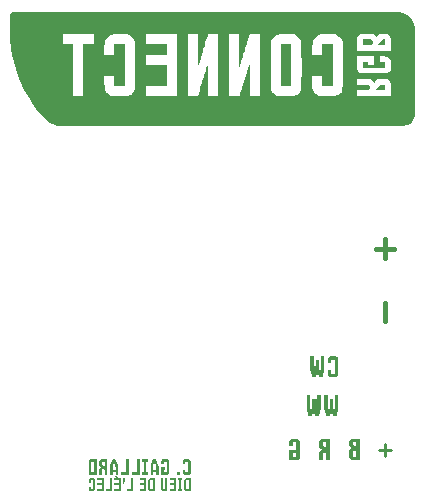
<source format=gbo>
G04 Layer: BottomSilkscreenLayer*
G04 EasyEDA Pro v2.2.45.4, 2025-12-19 14:04:37*
G04 Gerber Generator version 0.3*
G04 Scale: 100 percent, Rotated: No, Reflected: No*
G04 Dimensions in millimeters*
G04 Leading zeros omitted, absolute positions, 4 integers and 5 decimals*
G04 Generated by one-click*
%FSLAX45Y45*%
%MOMM*%
%ADD10C,0.4*%
%ADD11C,0.254*%
%ADD12C,0.7847*%
G75*


G04 Text Start*
G36*
G01X-1208161Y4470245D02*
G01X-1218161Y4468063D01*
G01X-1245252Y4467336D01*
G01X-1281616Y4468063D01*
G01X-1282343Y4492791D01*
G01X-1282343Y4516791D01*
G01X-1248161Y4516791D01*
G01X-1211798Y4516064D01*
G01X-1206707Y4511700D01*
G01X-1202343Y4505882D01*
G01X-1199434Y4502245D01*
G01X-1197252Y4498609D01*
G01X-1194343Y4494973D01*
G01X-1193071Y4493154D01*
G01X-1193616Y4490609D01*
G01X-1197980Y4484063D01*
G01X-1202343Y4478245D01*
G01X-1205252Y4474609D01*
G01X-1208161Y4470245D01*
G37*
G36*
G01X-1427798Y4612791D02*
G01X-947798Y4612791D01*
G01X-947798Y4036791D01*
G01X-1427798Y4036791D01*
G01X-1427798Y4083336D01*
G01X-1330343Y4083336D01*
G01X-1330343Y4038245D01*
G01X-1042343Y4038245D01*
G01X-1042343Y4085518D01*
G01X-1043071Y4134973D01*
G01X-1043798Y4140064D01*
G01X-1045252Y4145882D01*
G01X-1048161Y4152427D01*
G01X-1051798Y4158973D01*
G01X-1055434Y4164064D01*
G01X-1059071Y4167700D01*
G01X-1064889Y4172064D01*
G01X-1071434Y4175700D01*
G01X-1077252Y4177882D01*
G01X-1120889Y4179336D01*
G01X-1151980Y4178791D01*
G01X-1163798Y4177154D01*
G01X-1167434Y4172791D01*
G01X-1176161Y4161154D01*
G01X-1179071Y4157518D01*
G01X-1181252Y4153882D01*
G01X-1184161Y4150245D01*
G01X-1186525Y4149882D01*
G01X-1189252Y4151700D01*
G01X-1193616Y4156791D01*
G01X-1202343Y4168427D01*
G01X-1205252Y4172064D01*
G01X-1208161Y4176427D01*
G01X-1224343Y4178609D01*
G01X-1269980Y4179336D01*
G01X-1330343Y4179336D01*
G01X-1330343Y4132791D01*
G01X-1283071Y4132791D01*
G01X-1246889Y4132064D01*
G01X-1232889Y4129882D01*
G01X-1228525Y4124791D01*
G01X-1225616Y4121154D01*
G01X-1223434Y4117518D01*
G01X-1220525Y4113882D01*
G01X-1217616Y4109518D01*
G01X-1217798Y4106427D01*
G01X-1219798Y4102972D01*
G01X-1232889Y4085518D01*
G01X-1245979Y4083882D01*
G01X-1245979Y4083882D01*
G01X-1282343Y4083336D01*
G01X-1330343Y4083336D01*
G01X-1427798Y4083336D01*
G01X-1427798Y4371336D01*
G01X-1330343Y4371336D01*
G01X-1330343Y4319700D01*
G01X-1328889Y4264427D01*
G01X-1325980Y4257154D01*
G01X-1322343Y4249882D01*
G01X-1317980Y4244791D01*
G01X-1310707Y4237518D01*
G01X-1306343Y4234609D01*
G01X-1301980Y4232427D01*
G01X-1296889Y4230245D01*
G01X-1188525Y4228791D01*
G01X-1078707Y4230245D01*
G01X-1070707Y4233154D01*
G01X-1065616Y4236063D01*
G01X-1060525Y4239700D01*
G01X-1053980Y4245518D01*
G01X-1046707Y4256427D01*
G01X-1044525Y4262245D01*
G01X-1043071Y4268791D01*
G01X-1042343Y4297882D01*
G01X-1043071Y4326973D01*
G01X-1043798Y4332063D01*
G01X-1045252Y4337882D01*
G01X-1048161Y4344427D01*
G01X-1051798Y4350973D01*
G01X-1055434Y4356063D01*
G01X-1059071Y4359700D01*
G01X-1064889Y4364063D01*
G01X-1071434Y4367700D01*
G01X-1077252Y4369882D01*
G01X-1109252Y4371336D01*
G01X-1138343Y4371336D01*
G01X-1138343Y4324791D01*
G01X-1090343Y4324791D01*
G01X-1090343Y4275336D01*
G01X-1282343Y4275336D01*
G01X-1282343Y4324791D01*
G01X-1234343Y4324791D01*
G01X-1234343Y4300064D01*
G01X-1186343Y4300064D01*
G01X-1186343Y4371336D01*
G01X-1186343Y4371336D01*
G01X-1330343Y4371336D01*
G01X-1427798Y4371336D01*
G01X-1427798Y4471700D01*
G01X-1330343Y4471700D01*
G01X-1330343Y4420791D01*
G01X-1042343Y4420791D01*
G01X-1042343Y4468791D01*
G01X-1043071Y4518973D01*
G01X-1043798Y4524064D01*
G01X-1045252Y4529882D01*
G01X-1048161Y4536427D01*
G01X-1051798Y4542973D01*
G01X-1055434Y4548064D01*
G01X-1059071Y4551700D01*
G01X-1064889Y4556064D01*
G01X-1071434Y4559700D01*
G01X-1077252Y4561882D01*
G01X-1109252Y4563336D01*
G01X-1138343Y4563336D01*
G01X-1141252Y4559700D01*
G01X-1158707Y4536427D01*
G01X-1161434Y4534064D01*
G01X-1163798Y4534245D01*
G01X-1167434Y4537882D01*
G01X-1184889Y4561154D01*
G01X-1198343Y4562791D01*
G01X-1235798Y4563336D01*
G01X-1290343Y4562609D01*
G01X-1299071Y4560427D01*
G01X-1309252Y4555336D01*
G01X-1312889Y4552427D01*
G01X-1316525Y4548791D01*
G01X-1320889Y4543700D01*
G01X-1324525Y4538609D01*
G01X-1327434Y4532064D01*
G01X-1327434Y4532064D01*
G01X-1329616Y4524791D01*
G01X-1330343Y4471700D01*
G01X-1427798Y4471700D01*
G01X-1427798Y4612791D01*
G37*
G36*
G01X-1090343Y4516791D02*
G01X-1090343Y4467336D01*
G01X-1119434Y4467336D01*
G01X-1149252Y4468063D01*
G01X-1148525Y4470973D01*
G01X-1122343Y4505882D01*
G01X-1119434Y4509518D01*
G01X-1116525Y4513882D01*
G01X-1112343Y4516064D01*
G01X-1102707Y4516791D01*
G01X-1090343Y4516791D01*
G37*
G36*
G01X-1090343Y4132791D02*
G01X-1090343Y4083336D01*
G01X-1131070Y4083336D01*
G01X-1172525Y4084791D01*
G01X-1170343Y4089882D01*
G01X-1139798Y4130609D01*
G01X-1132707Y4132245D01*
G01X-1114343Y4132791D01*
G01X-1090343Y4132791D01*
G37*
G36*
G01X-3911997Y3853992D02*
G01X-3911997Y4472659D01*
G01X-3821330Y4472659D01*
G01X-3733331Y4472659D01*
G01X-3733331Y4032659D01*
G01X-3647997Y4032659D01*
G01X-3647997Y4437992D01*
G01X-3469330Y4437992D01*
G01X-3469330Y4384659D01*
G01X-3383997Y4384659D01*
G01X-3383997Y4472659D01*
G01X-3293330Y4472659D01*
G01X-3293330Y4120659D01*
G01X-3383997Y4120659D01*
G01X-3383997Y4208659D01*
G01X-3469330Y4208659D01*
G01X-3469330Y4161992D01*
G01X-3467997Y4105992D01*
G01X-3463997Y4089992D01*
G01X-3454664Y4071326D01*
G01X-3449330Y4064659D01*
G01X-3442664Y4057992D01*
G01X-3433330Y4049992D01*
G01X-3423997Y4043326D01*
G01X-3411997Y4037992D01*
G01X-3411997Y4037992D01*
G01X-3398664Y4033992D01*
G01X-3337330Y4032659D01*
G01X-3273331Y4035326D01*
G01X-3259997Y4040659D01*
G01X-3246664Y4047326D01*
G01X-3237331Y4055326D01*
G01X-3223997Y4068659D01*
G01X-3218664Y4076659D01*
G01X-3214664Y4084659D01*
G01X-3210664Y4093992D01*
G01X-3210306Y4120659D01*
G01X-3117331Y4120659D01*
G01X-3117331Y4032659D01*
G01X-2855997Y4032659D01*
G01X-2855997Y4560659D01*
G01X-2765331Y4560659D01*
G01X-2765331Y4032659D01*
G01X-2677330Y4032659D01*
G01X-2675997Y4039326D01*
G01X-2671997Y4053992D01*
G01X-2662664Y4081992D01*
G01X-2659997Y4092659D01*
G01X-2655997Y4104659D01*
G01X-2647997Y4131326D01*
G01X-2643997Y4143326D01*
G01X-2639997Y4157992D01*
G01X-2630664Y4185992D01*
G01X-2627997Y4196659D01*
G01X-2623997Y4208659D01*
G01X-2615997Y4235326D01*
G01X-2611997Y4247326D01*
G01X-2607997Y4261992D01*
G01X-2598664Y4289992D01*
G01X-2595997Y4300659D01*
G01X-2591997Y4308659D01*
G01X-2589997Y4274992D01*
G01X-2589997Y4274992D01*
G01X-2589330Y4171326D01*
G01X-2589330Y4032659D01*
G01X-2503997Y4032659D01*
G01X-2503997Y4560659D01*
G01X-2413330Y4560659D01*
G01X-2413330Y4032659D01*
G01X-2325330Y4032659D01*
G01X-2323997Y4039326D01*
G01X-2319997Y4053992D01*
G01X-2310664Y4081992D01*
G01X-2307997Y4092659D01*
G01X-2303997Y4104659D01*
G01X-2295997Y4131326D01*
G01X-2291997Y4143326D01*
G01X-2287997Y4157992D01*
G01X-2278664Y4185992D01*
G01X-2275997Y4196659D01*
G01X-2271997Y4208659D01*
G01X-2263997Y4235326D01*
G01X-2259997Y4247326D01*
G01X-2255997Y4261992D01*
G01X-2246664Y4289992D01*
G01X-2243997Y4300659D01*
G01X-2239997Y4308659D01*
G01X-2237997Y4274992D01*
G01X-2237997Y4274992D01*
G01X-2237331Y4171326D01*
G01X-2237331Y4032659D01*
G01X-2151997Y4032659D01*
G01X-2151997Y4303326D01*
G01X-2061330Y4303326D01*
G01X-2059997Y4105992D01*
G01X-2055997Y4089992D01*
G01X-2046664Y4071326D01*
G01X-2041330Y4064659D01*
G01X-2034664Y4057992D01*
G01X-2025330Y4049992D01*
G01X-2015997Y4043326D01*
G01X-2003997Y4037992D01*
G01X-2003997Y4037992D01*
G01X-1990664Y4033992D01*
G01X-1929330Y4032659D01*
G01X-1865331Y4035326D01*
G01X-1851997Y4040659D01*
G01X-1838664Y4047326D01*
G01X-1829330Y4055326D01*
G01X-1815997Y4068659D01*
G01X-1810664Y4076659D01*
G01X-1806664Y4084659D01*
G01X-1802664Y4093992D01*
G01X-1799997Y4292659D01*
G01X-1801922Y4437992D01*
G01X-1709330Y4437992D01*
G01X-1709330Y4384659D01*
G01X-1623997Y4384659D01*
G01X-1623997Y4472659D01*
G01X-1533330Y4472659D01*
G01X-1533330Y4120659D01*
G01X-1623997Y4120659D01*
G01X-1623997Y4208659D01*
G01X-1709330Y4208659D01*
G01X-1709330Y4161992D01*
G01X-1707997Y4105992D01*
G01X-1703997Y4089992D01*
G01X-1694664Y4071326D01*
G01X-1689330Y4064659D01*
G01X-1682664Y4057992D01*
G01X-1673330Y4049992D01*
G01X-1663997Y4043326D01*
G01X-1651997Y4037992D01*
G01X-1651997Y4037992D01*
G01X-1638664Y4033992D01*
G01X-1577330Y4032659D01*
G01X-1513330Y4035326D01*
G01X-1499997Y4040659D01*
G01X-1489331Y4045992D01*
G01X-1481331Y4051326D01*
G01X-1467997Y4064659D01*
G01X-1461330Y4072659D01*
G01X-1454664Y4084659D01*
G01X-1451664Y4139326D01*
G01X-1450664Y4289992D01*
G01X-1451997Y4495326D01*
G01X-1455997Y4508659D01*
G01X-1461330Y4517992D01*
G01X-1467997Y4527326D01*
G01X-1478664Y4539326D01*
G01X-1498664Y4552659D01*
G01X-1509330Y4556659D01*
G01X-1521330Y4559326D01*
G01X-1574664Y4560659D01*
G01X-1627997Y4559326D01*
G01X-1637330Y4557992D01*
G01X-1647997Y4555326D01*
G01X-1659997Y4549992D01*
G01X-1671997Y4543326D01*
G01X-1681330Y4536659D01*
G01X-1687997Y4529992D01*
G01X-1695997Y4519326D01*
G01X-1702664Y4507326D01*
G01X-1706664Y4496659D01*
G01X-1709330Y4437992D01*
G01X-1801922Y4437992D01*
G01X-1802664Y4493992D01*
G01X-1807997Y4508659D01*
G01X-1813330Y4517992D01*
G01X-1819997Y4527326D01*
G01X-1830664Y4539326D01*
G01X-1850664Y4552659D01*
G01X-1861331Y4556659D01*
G01X-1873331Y4559326D01*
G01X-1926664Y4560659D01*
G01X-1979997Y4559326D01*
G01X-1989331Y4557992D01*
G01X-1999997Y4555326D01*
G01X-2011997Y4549992D01*
G01X-2023997Y4543326D01*
G01X-2033330Y4536659D01*
G01X-2039997Y4529992D01*
G01X-2047997Y4519326D01*
G01X-2054664Y4507326D01*
G01X-2058664Y4496659D01*
G01X-2061330Y4303326D01*
G01X-2151997Y4303326D01*
G01X-2151997Y4560659D01*
G01X-2193330Y4560659D01*
G01X-2237331Y4557992D01*
G01X-2242664Y4547326D01*
G01X-2246664Y4535326D01*
G01X-2249331Y4524659D01*
G01X-2253331Y4512659D01*
G01X-2261331Y4485992D01*
G01X-2265330Y4473992D01*
G01X-2269330Y4459326D01*
G01X-2278664Y4431326D01*
G01X-2281330Y4420659D01*
G01X-2285330Y4408659D01*
G01X-2293330Y4381992D01*
G01X-2297330Y4369992D01*
G01X-2301330Y4355326D01*
G01X-2310664Y4327326D01*
G01X-2313330Y4316659D01*
G01X-2317330Y4304659D01*
G01X-2321330Y4291326D01*
G01X-2325330Y4281992D01*
G01X-2327330Y4315992D01*
G01X-2327997Y4420659D01*
G01X-2327997Y4560659D01*
G01X-2413330Y4560659D01*
G01X-2503997Y4560659D01*
G01X-2545330Y4560659D01*
G01X-2589330Y4557992D01*
G01X-2594664Y4547326D01*
G01X-2598664Y4535326D01*
G01X-2601331Y4524659D01*
G01X-2605331Y4512659D01*
G01X-2613331Y4485992D01*
G01X-2617331Y4473992D01*
G01X-2621331Y4459326D01*
G01X-2630664Y4431326D01*
G01X-2633331Y4420659D01*
G01X-2637331Y4408659D01*
G01X-2645330Y4381992D01*
G01X-2649330Y4369992D01*
G01X-2653330Y4355326D01*
G01X-2662664Y4327326D01*
G01X-2665330Y4316659D01*
G01X-2669330Y4304659D01*
G01X-2673330Y4291326D01*
G01X-2677330Y4281992D01*
G01X-2679330Y4315992D01*
G01X-2679997Y4420659D01*
G01X-2679997Y4560659D01*
G01X-2765331Y4560659D01*
G01X-2855997Y4560659D01*
G01X-3117331Y4560659D01*
G01X-3117331Y4472659D01*
G01X-2941330Y4472659D01*
G01X-2941330Y4384659D01*
G01X-3117331Y4384659D01*
G01X-3117331Y4296659D01*
G01X-2941330Y4296659D01*
G01X-2941330Y4120659D01*
G01X-2941330Y4120659D01*
G01X-3117331Y4120659D01*
G01X-3210306Y4120659D01*
G01X-3207997Y4292659D01*
G01X-3210664Y4493992D01*
G01X-3215997Y4508659D01*
G01X-3221330Y4517992D01*
G01X-3227997Y4527326D01*
G01X-3238664Y4539326D01*
G01X-3258664Y4552659D01*
G01X-3269331Y4556659D01*
G01X-3281330Y4559326D01*
G01X-3334664Y4560659D01*
G01X-3387997Y4559326D01*
G01X-3397331Y4557992D01*
G01X-3407997Y4555326D01*
G01X-3419997Y4549992D01*
G01X-3431997Y4543326D01*
G01X-3441330Y4536659D01*
G01X-3447997Y4529992D01*
G01X-3455997Y4519326D01*
G01X-3462664Y4507326D01*
G01X-3466664Y4496659D01*
G01X-3469330Y4437992D01*
G01X-3647997Y4437992D01*
G01X-3647997Y4472659D01*
G01X-3559997Y4472659D01*
G01X-3559997Y4560659D01*
G01X-3821330Y4560659D01*
G01X-3821330Y4472659D01*
G01X-3821330Y4472659D01*
G01X-3911997Y4472659D01*
G01X-3911997Y4733992D01*
G01X-1447997Y4733992D01*
G01X-1447997Y3853992D01*
G01X-3911997Y3853992D01*
G37*
G36*
G01X-1975997Y4472659D02*
G01X-1885330Y4472659D01*
G01X-1885330Y4297992D01*
G01X-1886664Y4121992D01*
G01X-1931997Y4120659D01*
G01X-1975997Y4120659D01*
G01X-1975997Y4472659D01*
G37*
G36*
G01X-1621291Y1656982D02*
G01X-1621745Y1654709D01*
G01X-1636745Y1654709D01*
G01X-1648109Y1655164D01*
G01X-1652200Y1656527D01*
G01X-1653564Y1660164D01*
G01X-1664473Y1687436D01*
G01X-1666745Y1689709D01*
G01X-1667882Y1689482D01*
G01X-1668564Y1687891D01*
G01X-1669927Y1683800D01*
G01X-1679018Y1661073D01*
G01X-1681291Y1656527D01*
G01X-1685950Y1655164D01*
G01X-1697200Y1654709D01*
G01X-1711745Y1654709D01*
G01X-1712200Y1658345D01*
G01X-1713109Y1663345D01*
G01X-1725836Y1726982D01*
G01X-1726291Y1781527D01*
G01X-1726291Y1834709D01*
G01X-1697200Y1834709D01*
G01X-1697200Y1781527D01*
G01X-1696745Y1726982D01*
G01X-1691291Y1699709D01*
G01X-1690382Y1696527D01*
G01X-1689813Y1695277D01*
G01X-1689018Y1695163D01*
G01X-1688109Y1697436D01*
G01X-1687654Y1700618D01*
G01X-1682200Y1727891D01*
G01X-1681745Y1766982D01*
G01X-1681745Y1804709D01*
G01X-1651745Y1804709D01*
G01X-1651745Y1765618D01*
G01X-1651291Y1725164D01*
G01X-1645836Y1697891D01*
G01X-1644927Y1695618D01*
G01X-1644359Y1695391D01*
G01X-1643564Y1696527D01*
G01X-1642655Y1700163D01*
G01X-1642200Y1703345D01*
G01X-1636745Y1730618D01*
G01X-1636291Y1783345D01*
G01X-1636291Y1834709D01*
G01X-1607200Y1834709D01*
G01X-1607200Y1780164D01*
G01X-1607654Y1724254D01*
G01X-1620382Y1660618D01*
G01X-1621291Y1656982D01*
G37*
G36*
G01X-1509473Y1655618D02*
G01X-1531291Y1654709D01*
G01X-1552200Y1655164D01*
G01X-1556745Y1656527D01*
G01X-1560836Y1658345D01*
G01X-1564018Y1660618D01*
G01X-1567200Y1663345D01*
G01X-1569473Y1665618D01*
G01X-1571291Y1667891D01*
G01X-1574473Y1674254D01*
G01X-1575836Y1679709D01*
G01X-1576291Y1698800D01*
G01X-1576291Y1714709D01*
G01X-1547200Y1714709D01*
G01X-1547200Y1684709D01*
G01X-1516291Y1684709D01*
G01X-1516291Y1804709D01*
G01X-1547200Y1804709D01*
G01X-1547200Y1774709D01*
G01X-1576291Y1774709D01*
G01X-1576291Y1792891D01*
G01X-1575382Y1812891D01*
G01X-1574018Y1816527D01*
G01X-1571745Y1820618D01*
G01X-1569018Y1824254D01*
G01X-1566745Y1826527D01*
G01X-1563564Y1828800D01*
G01X-1559473Y1831073D01*
G01X-1555382Y1832891D01*
G01X-1551745Y1833800D01*
G01X-1548564Y1834254D01*
G01X-1530382Y1834709D01*
G01X-1512200Y1834254D01*
G01X-1508109Y1833345D01*
G01X-1504473Y1831982D01*
G01X-1497655Y1827436D01*
G01X-1494018Y1823345D01*
G01X-1491745Y1820163D01*
G01X-1489927Y1816982D01*
G01X-1488564Y1812436D01*
G01X-1488109Y1742436D01*
G01X-1488450Y1691073D01*
G01X-1489473Y1672436D01*
G01X-1491745Y1668345D01*
G01X-1494018Y1665618D01*
G01X-1498564Y1661073D01*
G01X-1501291Y1659254D01*
G01X-1504927Y1657436D01*
G01X-1509473Y1655618D01*
G37*
G36*
G01X-1651291Y1325882D02*
G01X-1651745Y1323609D01*
G01X-1666745Y1323609D01*
G01X-1678109Y1324064D01*
G01X-1682200Y1325427D01*
G01X-1683564Y1329064D01*
G01X-1694473Y1356336D01*
G01X-1696745Y1358609D01*
G01X-1697882Y1358382D01*
G01X-1698564Y1356791D01*
G01X-1699927Y1352700D01*
G01X-1709018Y1329973D01*
G01X-1711291Y1325427D01*
G01X-1715950Y1324064D01*
G01X-1727200Y1323609D01*
G01X-1741745Y1323609D01*
G01X-1742200Y1327246D01*
G01X-1743109Y1332245D01*
G01X-1755836Y1395882D01*
G01X-1756291Y1450427D01*
G01X-1756291Y1503609D01*
G01X-1727200Y1503609D01*
G01X-1727200Y1450427D01*
G01X-1726745Y1395882D01*
G01X-1721291Y1368609D01*
G01X-1720382Y1365427D01*
G01X-1719813Y1364177D01*
G01X-1719018Y1364064D01*
G01X-1718109Y1366336D01*
G01X-1717654Y1369518D01*
G01X-1712200Y1396791D01*
G01X-1711745Y1435882D01*
G01X-1711745Y1473609D01*
G01X-1681745Y1473609D01*
G01X-1681745Y1434518D01*
G01X-1681291Y1394064D01*
G01X-1675836Y1366791D01*
G01X-1674927Y1364518D01*
G01X-1674359Y1364291D01*
G01X-1673564Y1365427D01*
G01X-1672655Y1369064D01*
G01X-1672200Y1372245D01*
G01X-1666745Y1399518D01*
G01X-1666291Y1452246D01*
G01X-1666291Y1503609D01*
G01X-1637200Y1503609D01*
G01X-1637200Y1449064D01*
G01X-1637655Y1393154D01*
G01X-1650382Y1329518D01*
G01X-1651291Y1325882D01*
G37*
G36*
G01X-1501291Y1324973D02*
G01X-1505382Y1323950D01*
G01X-1516746Y1323609D01*
G01X-1528109Y1324064D01*
G01X-1532200Y1325427D01*
G01X-1533564Y1329064D01*
G01X-1544473Y1356336D01*
G01X-1546745Y1358609D01*
G01X-1547882Y1358382D01*
G01X-1548564Y1356791D01*
G01X-1549927Y1352700D01*
G01X-1559018Y1329973D01*
G01X-1561291Y1325427D01*
G01X-1565950Y1324064D01*
G01X-1577200Y1323609D01*
G01X-1591745Y1323609D01*
G01X-1592200Y1327246D01*
G01X-1593109Y1332245D01*
G01X-1605836Y1395882D01*
G01X-1606291Y1450427D01*
G01X-1606291Y1503609D01*
G01X-1577200Y1503609D01*
G01X-1577200Y1450427D01*
G01X-1576745Y1395882D01*
G01X-1571291Y1368609D01*
G01X-1570382Y1365427D01*
G01X-1569813Y1364177D01*
G01X-1569018Y1364064D01*
G01X-1568109Y1366336D01*
G01X-1567654Y1369518D01*
G01X-1562200Y1396791D01*
G01X-1561745Y1435882D01*
G01X-1561745Y1473609D01*
G01X-1531745Y1473609D01*
G01X-1531745Y1434518D01*
G01X-1531291Y1394064D01*
G01X-1525836Y1366791D01*
G01X-1524927Y1364518D01*
G01X-1524359Y1364291D01*
G01X-1523564Y1365427D01*
G01X-1522655Y1369064D01*
G01X-1522200Y1372245D01*
G01X-1516746Y1399518D01*
G01X-1516291Y1452246D01*
G01X-1516291Y1503609D01*
G01X-1488109Y1503609D01*
G01X-1488109Y1446791D01*
G01X-1488564Y1388609D01*
G01X-1501291Y1324973D01*
G37*
G36*
G01X-1560906Y1042907D02*
G01X-1560906Y952907D01*
G01X-1589088Y952907D01*
G01X-1589088Y982907D01*
G01X-1589429Y1005635D01*
G01X-1590451Y1013816D01*
G01X-1601361Y1021998D01*
G01X-1603520Y1023248D01*
G01X-1605451Y1023362D01*
G01X-1608179Y1021544D01*
G01X-1610451Y1019725D01*
G01X-1612724Y1018362D01*
G01X-1614997Y1016544D01*
G01X-1618179Y1013816D01*
G01X-1619542Y1005066D01*
G01X-1619997Y982453D01*
G01X-1619997Y952907D01*
G01X-1649088Y952907D01*
G01X-1649088Y990635D01*
G01X-1648633Y1019157D01*
G01X-1647270Y1029271D01*
G01X-1644542Y1031089D01*
G01X-1642270Y1032907D01*
G01X-1634997Y1038362D01*
G01X-1631815Y1041089D01*
G01X-1630679Y1042794D01*
G01X-1630906Y1044271D01*
G01X-1633179Y1046089D01*
G01X-1635451Y1047453D01*
G01X-1637724Y1049271D01*
G01X-1644997Y1054725D01*
G01X-1647724Y1056998D01*
G01X-1648747Y1064384D01*
G01X-1649088Y1083816D01*
G01X-1648451Y1102907D01*
G01X-1619997Y1102907D01*
G01X-1619997Y1087907D01*
G01X-1619656Y1076430D01*
G01X-1618633Y1071998D01*
G01X-1593179Y1052907D01*
G01X-1589997Y1051544D01*
G01X-1589997Y1051544D01*
G01X-1589088Y1077453D01*
G01X-1589088Y1102907D01*
G01X-1619997Y1102907D01*
G01X-1648451Y1102907D01*
G01X-1648179Y1111089D01*
G01X-1646815Y1114725D01*
G01X-1644542Y1118816D01*
G01X-1641815Y1122453D01*
G01X-1639542Y1124725D01*
G01X-1636360Y1126998D01*
G01X-1632270Y1129271D01*
G01X-1628179Y1131089D01*
G01X-1624542Y1131998D01*
G01X-1621360Y1132453D01*
G01X-1590451Y1132907D01*
G01X-1560906Y1132907D01*
G01X-1560906Y1042907D01*
G37*
G36*
G01X-1836270Y953816D02*
G01X-1870815Y952907D01*
G01X-1903088Y952907D01*
G01X-1903088Y1042907D01*
G01X-1858542Y1042907D01*
G01X-1858542Y1012907D01*
G01X-1873997Y1012907D01*
G01X-1873997Y982907D01*
G01X-1843088Y982907D01*
G01X-1843088Y1102907D01*
G01X-1873997Y1102907D01*
G01X-1873997Y1072907D01*
G01X-1903088Y1072907D01*
G01X-1903088Y1091089D01*
G01X-1902179Y1111089D01*
G01X-1900815Y1114725D01*
G01X-1898542Y1118816D01*
G01X-1895815Y1122453D01*
G01X-1893542Y1124725D01*
G01X-1890360Y1126998D01*
G01X-1886270Y1129271D01*
G01X-1882179Y1131089D01*
G01X-1878542Y1131998D01*
G01X-1875360Y1132453D01*
G01X-1857179Y1132907D01*
G01X-1838997Y1132453D01*
G01X-1834906Y1131544D01*
G01X-1831270Y1130180D01*
G01X-1824452Y1125635D01*
G01X-1820815Y1121544D01*
G01X-1818542Y1118362D01*
G01X-1816724Y1115180D01*
G01X-1815361Y1110635D01*
G01X-1814906Y1040634D01*
G01X-1815247Y989271D01*
G01X-1816270Y970635D01*
G01X-1818542Y966544D01*
G01X-1820815Y963816D01*
G01X-1825361Y959271D01*
G01X-1828088Y957453D01*
G01X-1831724Y955635D01*
G01X-1836270Y953816D01*
G37*
G36*
G01X-1306906Y1042907D02*
G01X-1306906Y952907D01*
G01X-1338270Y952907D01*
G01X-1370997Y953362D01*
G01X-1375542Y954726D01*
G01X-1379633Y956544D01*
G01X-1382815Y958816D01*
G01X-1385997Y961544D01*
G01X-1388270Y963816D01*
G01X-1390088Y966089D01*
G01X-1393270Y972453D01*
G01X-1394633Y977907D01*
G01X-1394985Y1004271D01*
G01X-1365997Y1004271D01*
G01X-1365997Y982907D01*
G01X-1350997Y982907D01*
G01X-1335542Y983362D01*
G01X-1335542Y983362D01*
G01X-1335088Y1006089D01*
G01X-1335542Y1023021D01*
G01X-1336906Y1029271D01*
G01X-1339633Y1031089D01*
G01X-1341906Y1032907D01*
G01X-1345542Y1035634D01*
G01X-1349633Y1038362D01*
G01X-1351224Y1038703D01*
G01X-1352361Y1037907D01*
G01X-1354633Y1036089D01*
G01X-1356906Y1034725D01*
G01X-1359179Y1032907D01*
G01X-1362815Y1030180D01*
G01X-1365542Y1026998D01*
G01X-1365997Y1004271D01*
G01X-1394985Y1004271D01*
G01X-1395088Y1011998D01*
G01X-1394747Y1035407D01*
G01X-1393724Y1043816D01*
G01X-1379179Y1054725D01*
G01X-1376906Y1056998D01*
G01X-1376792Y1058475D01*
G01X-1378270Y1060180D01*
G01X-1392815Y1071089D01*
G01X-1395088Y1072907D01*
G01X-1395088Y1091089D01*
G01X-1394551Y1102907D01*
G01X-1365997Y1102907D01*
G01X-1365997Y1095180D01*
G01X-1365542Y1089157D01*
G01X-1364179Y1086544D01*
G01X-1361451Y1084726D01*
G01X-1359179Y1082907D01*
G01X-1337361Y1066544D01*
G01X-1335542Y1066089D01*
G01X-1335542Y1066089D01*
G01X-1335088Y1084726D01*
G01X-1335088Y1102907D01*
G01X-1365997Y1102907D01*
G01X-1394551Y1102907D01*
G01X-1394179Y1111089D01*
G01X-1392815Y1114725D01*
G01X-1390542Y1118816D01*
G01X-1387815Y1122453D01*
G01X-1385542Y1124725D01*
G01X-1382360Y1126998D01*
G01X-1378270Y1129271D01*
G01X-1374179Y1131089D01*
G01X-1370542Y1131998D01*
G01X-1367360Y1132453D01*
G01X-1336451Y1132907D01*
G01X-1306906Y1132907D01*
G01X-1306906Y1042907D01*
G37*
G36*
G01X-3375395Y963090D02*
G01X-3353977Y909544D01*
G01X-3352940Y906089D01*
G01X-3352595Y865326D01*
G01X-3352595Y826289D01*
G01X-3374704Y826289D01*
G01X-3374704Y849089D01*
G01X-3398195Y849089D01*
G01X-3398195Y826289D01*
G01X-3420304Y826289D01*
G01X-3420304Y866707D01*
G01X-3419956Y887780D01*
G01X-3398195Y887780D01*
G01X-3398195Y871889D01*
G01X-3386795Y871889D01*
G01X-3375049Y872235D01*
G01X-3374704Y889507D01*
G01X-3375395Y907817D01*
G01X-3385067Y931998D01*
G01X-3385758Y933467D01*
G01X-3386449Y933726D01*
G01X-3387485Y931998D01*
G01X-3388522Y929235D01*
G01X-3396813Y908507D01*
G01X-3397849Y905398D01*
G01X-3398195Y887780D01*
G01X-3398195Y887780D01*
G01X-3419956Y887780D01*
G01X-3419613Y908507D01*
G01X-3398886Y960326D01*
G01X-3397936Y961967D01*
G01X-3396467Y962744D01*
G01X-3385067Y963090D01*
G01X-3375395Y963090D01*
G37*
G36*
G01X-3492849Y962398D02*
G01X-3490431Y962744D01*
G01X-3466595Y963090D01*
G01X-3443795Y963090D01*
G01X-3443795Y826289D01*
G01X-3465904Y826289D01*
G01X-3465904Y849089D01*
G01X-3466163Y866362D01*
G01X-3466940Y872580D01*
G01X-3475231Y878798D01*
G01X-3476872Y879749D01*
G01X-3478340Y879835D01*
G01X-3480413Y878453D01*
G01X-3482140Y877071D01*
G01X-3483867Y876035D01*
G01X-3485595Y874653D01*
G01X-3488013Y872580D01*
G01X-3489049Y865930D01*
G01X-3489395Y848744D01*
G01X-3489395Y826289D01*
G01X-3511504Y826289D01*
G01X-3511504Y854962D01*
G01X-3511158Y876639D01*
G01X-3510122Y884326D01*
G01X-3508049Y885708D01*
G01X-3506322Y887089D01*
G01X-3500795Y891235D01*
G01X-3498377Y893308D01*
G01X-3497513Y894603D01*
G01X-3497686Y895726D01*
G01X-3499413Y897108D01*
G01X-3501140Y898144D01*
G01X-3502868Y899526D01*
G01X-3508395Y903671D01*
G01X-3510467Y905398D01*
G01X-3511245Y911012D01*
G01X-3511504Y925780D01*
G01X-3511020Y940289D01*
G01X-3489395Y940289D01*
G01X-3489395Y928889D01*
G01X-3489136Y920167D01*
G01X-3489136Y920167D01*
G01X-3488358Y916799D01*
G01X-3469013Y902289D01*
G01X-3466595Y901253D01*
G01X-3465904Y920944D01*
G01X-3465904Y940289D01*
G01X-3489395Y940289D01*
G01X-3511020Y940289D01*
G01X-3510813Y946508D01*
G01X-3509777Y949271D01*
G01X-3508049Y952380D01*
G01X-3505976Y955144D01*
G01X-3504249Y956871D01*
G01X-3501831Y958599D01*
G01X-3498722Y960326D01*
G01X-3495613Y961708D01*
G01X-3492849Y962398D01*
G37*
G36*
G01X-3584049Y962398D02*
G01X-3581631Y962744D01*
G01X-3557795Y963090D01*
G01X-3534995Y963090D01*
G01X-3534995Y826289D01*
G01X-3559177Y826289D01*
G01X-3584395Y826635D01*
G01X-3587849Y827671D01*
G01X-3590958Y829053D01*
G01X-3593377Y830780D01*
G01X-3595795Y832853D01*
G01X-3597522Y834580D01*
G01X-3598904Y836307D01*
G01X-3601322Y841144D01*
G01X-3602358Y845289D01*
G01X-3602704Y896417D01*
G01X-3602099Y940289D01*
G01X-3580595Y940289D01*
G01X-3580595Y849089D01*
G01X-3569195Y849089D01*
G01X-3557449Y849435D01*
G01X-3557104Y895035D01*
G01X-3557104Y940289D01*
G01X-3580595Y940289D01*
G01X-3580595Y940289D01*
G01X-3602099Y940289D01*
G01X-3602013Y946508D01*
G01X-3600977Y949271D01*
G01X-3599249Y952380D01*
G01X-3597176Y955144D01*
G01X-3595449Y956871D01*
G01X-3593031Y958599D01*
G01X-3589922Y960326D01*
G01X-3586813Y961708D01*
G01X-3584049Y962398D01*
G37*
G36*
G01X-3329104Y849089D02*
G01X-3283504Y849089D01*
G01X-3283504Y963090D01*
G01X-3261395Y963090D01*
G01X-3261395Y826289D01*
G01X-3329104Y826289D01*
G01X-3329104Y849089D01*
G37*
G36*
G01X-3237904Y849089D02*
G01X-3192304Y849089D01*
G01X-3192304Y963090D01*
G01X-3170195Y963090D01*
G01X-3170195Y826289D01*
G01X-3237904Y826289D01*
G01X-3237904Y849089D01*
G37*
G36*
G01X-3033394Y963090D02*
G01X-3011976Y909544D01*
G01X-3010940Y906089D01*
G01X-3010595Y865326D01*
G01X-3010595Y826289D01*
G01X-3032704Y826289D01*
G01X-3032704Y849089D01*
G01X-3056195Y849089D01*
G01X-3056195Y826289D01*
G01X-3078304Y826289D01*
G01X-3078304Y866707D01*
G01X-3077955Y887780D01*
G01X-3056195Y887780D01*
G01X-3056195Y871889D01*
G01X-3044795Y871889D01*
G01X-3033049Y872235D01*
G01X-3032704Y889507D01*
G01X-3033394Y907817D01*
G01X-3043067Y931998D01*
G01X-3043758Y933467D01*
G01X-3044449Y933726D01*
G01X-3045485Y931998D01*
G01X-3046522Y929235D01*
G01X-3054813Y908507D01*
G01X-3055849Y905398D01*
G01X-3056195Y887780D01*
G01X-3056195Y887780D01*
G01X-3077955Y887780D01*
G01X-3077613Y908507D01*
G01X-3056885Y960326D01*
G01X-3055935Y961967D01*
G01X-3054467Y962744D01*
G01X-3043067Y963090D01*
G01X-3033394Y963090D01*
G37*
G36*
G01X-3101795Y940289D02*
G01X-3112849Y940289D01*
G01X-3112849Y849089D01*
G01X-3101795Y849089D01*
G01X-3101795Y826289D01*
G01X-3146704Y826289D01*
G01X-3146704Y849089D01*
G01X-3135649Y849089D01*
G01X-3135649Y940289D01*
G01X-3146704Y940289D01*
G01X-3146704Y963090D01*
G01X-3101795Y963090D01*
G01X-3101795Y940289D01*
G37*
G36*
G01X-2926995Y832162D02*
G01X-2929413Y830089D01*
G01X-2932867Y828362D01*
G01X-2936322Y826980D01*
G01X-2962576Y826289D01*
G01X-2987104Y826289D01*
G01X-2987104Y894689D01*
G01X-2953249Y894689D01*
G01X-2953249Y871889D01*
G01X-2964995Y871889D01*
G01X-2964995Y849089D01*
G01X-2941504Y849089D01*
G01X-2941504Y940289D01*
G01X-2964995Y940289D01*
G01X-2964995Y917489D01*
G01X-2987104Y917489D01*
G01X-2987104Y931308D01*
G01X-2986413Y946508D01*
G01X-2985376Y949271D01*
G01X-2983649Y952380D01*
G01X-2981576Y955144D01*
G01X-2979849Y956871D01*
G01X-2977431Y958599D01*
G01X-2974322Y960326D01*
G01X-2971213Y961708D01*
G01X-2968449Y962398D01*
G01X-2966031Y962744D01*
G01X-2952213Y963090D01*
G01X-2938395Y962744D01*
G01X-2935285Y962053D01*
G01X-2932522Y961017D01*
G01X-2927340Y957562D01*
G01X-2924576Y954453D01*
G01X-2922849Y952035D01*
G01X-2921467Y949617D01*
G01X-2920086Y945817D01*
G01X-2919394Y893653D01*
G01X-2920086Y842180D01*
G01X-2921122Y839762D01*
G01X-2922158Y837689D01*
G01X-2923540Y835617D01*
G01X-2926995Y832162D01*
G37*
G36*
G01X-2745631Y831126D02*
G01X-2747704Y829744D01*
G01X-2750467Y828362D01*
G01X-2753922Y826980D01*
G01X-2770504Y826289D01*
G01X-2786394Y826635D01*
G01X-2789849Y827671D01*
G01X-2792958Y829053D01*
G01X-2795376Y830780D01*
G01X-2797795Y832853D01*
G01X-2799522Y834580D01*
G01X-2800904Y836307D01*
G01X-2803322Y841144D01*
G01X-2804358Y845289D01*
G01X-2804704Y859798D01*
G01X-2804704Y871889D01*
G01X-2782595Y871889D01*
G01X-2782595Y849089D01*
G01X-2759104Y849089D01*
G01X-2759104Y940289D01*
G01X-2782595Y940289D01*
G01X-2782595Y917489D01*
G01X-2804704Y917489D01*
G01X-2804704Y931308D01*
G01X-2804013Y946508D01*
G01X-2802976Y949271D01*
G01X-2801249Y952380D01*
G01X-2799176Y955144D01*
G01X-2797449Y956871D01*
G01X-2795031Y958599D01*
G01X-2791922Y960326D01*
G01X-2788813Y961708D01*
G01X-2786049Y962398D01*
G01X-2783631Y962744D01*
G01X-2769813Y963090D01*
G01X-2755994Y962744D01*
G01X-2752886Y962053D01*
G01X-2750122Y961017D01*
G01X-2744940Y957562D01*
G01X-2742176Y954453D01*
G01X-2740449Y952035D01*
G01X-2739067Y949617D01*
G01X-2738031Y946162D01*
G01X-2737685Y892962D01*
G01X-2737944Y853926D01*
G01X-2738722Y839762D01*
G01X-2740449Y836653D01*
G01X-2742176Y834580D01*
G01X-2745631Y831126D01*
G37*
G36*
G01X-2850304Y849089D02*
G01X-2828194Y849089D01*
G01X-2828194Y838035D01*
G01X-2827849Y826635D01*
G01X-2838904Y826289D01*
G01X-2850304Y826289D01*
G01X-2850304Y849089D01*
G37*
G36*
G01X-3365199Y817339D02*
G01X-3362812Y816726D01*
G01X-3361721Y814817D01*
G01X-3355176Y804999D01*
G01X-3354358Y803908D01*
G01X-3358722Y803908D01*
G01X-3363631Y804453D01*
G01X-3364994Y805544D01*
G01X-3378085Y815362D01*
G01X-3379721Y816726D01*
G01X-3378153Y817339D01*
G01X-3371812Y817544D01*
G01X-3365199Y817339D01*
G37*
G36*
G01X-3457449Y709544D02*
G01X-3421449Y709544D01*
G01X-3421449Y799544D01*
G01X-3403994Y799544D01*
G01X-3403994Y691544D01*
G01X-3457449Y691544D01*
G01X-3457449Y709544D01*
G37*
G36*
G01X-3493449Y781544D02*
G01X-3529449Y781544D01*
G01X-3529449Y799544D01*
G01X-3475994Y799544D01*
G01X-3475994Y691544D01*
G01X-3529449Y691544D01*
G01X-3529449Y709544D01*
G01X-3493449Y709544D01*
G01X-3493449Y745544D01*
G01X-3529449Y745544D01*
G01X-3529449Y763544D01*
G01X-3493449Y763544D01*
G01X-3493449Y781544D01*
G37*
G36*
G01X-3553994Y696180D02*
G01X-3555903Y694544D01*
G01X-3558630Y693180D01*
G01X-3561358Y692090D01*
G01X-3574449Y691544D01*
G01X-3586994Y691817D01*
G01X-3589721Y692635D01*
G01X-3592176Y693726D01*
G01X-3594085Y695090D01*
G01X-3595994Y696726D01*
G01X-3597358Y698090D01*
G01X-3598448Y699453D01*
G01X-3600358Y703271D01*
G01X-3601176Y706544D01*
G01X-3601448Y717999D01*
G01X-3601448Y727544D01*
G01X-3583994Y727544D01*
G01X-3583994Y709544D01*
G01X-3565449Y709544D01*
G01X-3565449Y781544D01*
G01X-3583994Y781544D01*
G01X-3583994Y763544D01*
G01X-3601448Y763544D01*
G01X-3601448Y774453D01*
G01X-3600903Y786453D01*
G01X-3600085Y788635D01*
G01X-3598721Y791090D01*
G01X-3597085Y793271D01*
G01X-3595721Y794635D01*
G01X-3593812Y795999D01*
G01X-3591358Y797362D01*
G01X-3588903Y798453D01*
G01X-3586721Y798999D01*
G01X-3584812Y799271D01*
G01X-3573903Y799544D01*
G01X-3562994Y799271D01*
G01X-3560539Y798726D01*
G01X-3558358Y797908D01*
G01X-3554267Y795181D01*
G01X-3552085Y792726D01*
G01X-3550721Y790817D01*
G01X-3549630Y788908D01*
G01X-3548540Y785908D01*
G01X-3547994Y744726D01*
G01X-3548540Y704090D01*
G01X-3549358Y702180D01*
G01X-3550176Y700544D01*
G01X-3551267Y698908D01*
G01X-3553994Y696180D01*
G37*
G36*
G01X-3277449Y709544D02*
G01X-3241449Y709544D01*
G01X-3241449Y799544D01*
G01X-3223994Y799544D01*
G01X-3223994Y691544D01*
G01X-3277449Y691544D01*
G01X-3277449Y709544D01*
G37*
G36*
G01X-2941994Y696180D02*
G01X-2943903Y694544D01*
G01X-2946631Y693180D01*
G01X-2949358Y692090D01*
G01X-2962449Y691544D01*
G01X-2974994Y691817D01*
G01X-2977722Y692635D01*
G01X-2980176Y693726D01*
G01X-2982085Y695090D01*
G01X-2983994Y696726D01*
G01X-2985358Y698090D01*
G01X-2986449Y699453D01*
G01X-2988358Y703271D01*
G01X-2989176Y706544D01*
G01X-2989449Y753999D01*
G01X-2989449Y799544D01*
G01X-2971994Y799544D01*
G01X-2971994Y709544D01*
G01X-2953449Y709544D01*
G01X-2953449Y799544D01*
G01X-2935994Y799544D01*
G01X-2935994Y752362D01*
G01X-2936540Y704090D01*
G01X-2937358Y702180D01*
G01X-2938176Y700544D01*
G01X-2939267Y698908D01*
G01X-2941994Y696180D01*
G37*
G36*
G01X-3082722Y798999D02*
G01X-3080812Y799271D01*
G01X-3061994Y799544D01*
G01X-3043994Y799544D01*
G01X-3043994Y691544D01*
G01X-3063085Y691544D01*
G01X-3082994Y691817D01*
G01X-3085722Y692635D01*
G01X-3088176Y693726D01*
G01X-3090085Y695090D01*
G01X-3091994Y696726D01*
G01X-3093358Y698090D01*
G01X-3094449Y699453D01*
G01X-3096358Y703271D01*
G01X-3097176Y706544D01*
G01X-3097449Y746908D01*
G01X-3096971Y781544D01*
G01X-3079994Y781544D01*
G01X-3079994Y709544D01*
G01X-3070994Y709544D01*
G01X-3061722Y709817D01*
G01X-3061449Y745817D01*
G01X-3061449Y781544D01*
G01X-3079994Y781544D01*
G01X-3079994Y781544D01*
G01X-3096971Y781544D01*
G01X-3096903Y786453D01*
G01X-3096085Y788635D01*
G01X-3094722Y791090D01*
G01X-3093085Y793271D01*
G01X-3091722Y794635D01*
G01X-3089812Y795999D01*
G01X-3087358Y797362D01*
G01X-3084903Y798453D01*
G01X-3082722Y798999D01*
G37*
G36*
G01X-3133449Y781544D02*
G01X-3169449Y781544D01*
G01X-3169449Y799544D01*
G01X-3115994Y799544D01*
G01X-3115994Y691544D01*
G01X-3169449Y691544D01*
G01X-3169449Y709544D01*
G01X-3133449Y709544D01*
G01X-3133449Y745544D01*
G01X-3169449Y745544D01*
G01X-3169449Y763544D01*
G01X-3133449Y763544D01*
G01X-3133449Y781544D01*
G37*
G36*
G01X-2881449Y781544D02*
G01X-2917449Y781544D01*
G01X-2917449Y799544D01*
G01X-2863995Y799544D01*
G01X-2863995Y691544D01*
G01X-2917449Y691544D01*
G01X-2917449Y709544D01*
G01X-2881449Y709544D01*
G01X-2881449Y745544D01*
G01X-2917449Y745544D01*
G01X-2917449Y763544D01*
G01X-2881449Y763544D01*
G01X-2881449Y781544D01*
G37*
G36*
G01X-2776722Y798999D02*
G01X-2774813Y799271D01*
G01X-2756267Y799544D01*
G01X-2738540Y799544D01*
G01X-2738540Y691544D01*
G01X-2757358Y691544D01*
G01X-2776994Y691817D01*
G01X-2779722Y692635D01*
G01X-2782176Y693726D01*
G01X-2784085Y695090D01*
G01X-2785994Y696726D01*
G01X-2787358Y698090D01*
G01X-2788449Y699453D01*
G01X-2790358Y703271D01*
G01X-2791176Y706544D01*
G01X-2791197Y709544D01*
G01X-2773994Y709544D01*
G01X-2764994Y709544D01*
G01X-2755722Y709817D01*
G01X-2755449Y745817D01*
G01X-2755449Y781544D01*
G01X-2773994Y781544D01*
G01X-2773994Y781544D01*
G01X-2773994Y709544D01*
G01X-2791197Y709544D01*
G01X-2791449Y746908D01*
G01X-2790903Y786453D01*
G01X-2790085Y788635D01*
G01X-2788722Y791090D01*
G01X-2787085Y793271D01*
G01X-2785722Y794635D01*
G01X-2783813Y795999D01*
G01X-2781358Y797362D01*
G01X-2778904Y798453D01*
G01X-2776722Y798999D01*
G37*
G36*
G01X-2809994Y781544D02*
G01X-2818722Y781544D01*
G01X-2818722Y709544D01*
G01X-2809994Y709544D01*
G01X-2809994Y691544D01*
G01X-2845449Y691544D01*
G01X-2845449Y709544D01*
G01X-2836722Y709544D01*
G01X-2836722Y781544D01*
G01X-2845449Y781544D01*
G01X-2845449Y799544D01*
G01X-2809994Y799544D01*
G01X-2809994Y781544D01*
G37*
G36*
G01X-3349449Y781544D02*
G01X-3385449Y781544D01*
G01X-3385449Y799544D01*
G01X-3331994Y799544D01*
G01X-3331994Y691544D01*
G01X-3385449Y691544D01*
G01X-3385449Y709544D01*
G01X-3349449Y709544D01*
G01X-3349449Y745544D01*
G01X-3385449Y745544D01*
G01X-3385449Y763544D01*
G01X-3349449Y763544D01*
G01X-3349449Y781544D01*
G37*
G36*
G01X-3295994Y789181D02*
G01X-3296267Y777999D01*
G01X-3299540Y758362D01*
G01X-3300085Y755908D01*
G01X-3300358Y754271D01*
G01X-3309085Y754271D01*
G01X-3309358Y756726D01*
G01X-3313176Y779635D01*
G01X-3313449Y789999D01*
G01X-3313449Y799544D01*
G01X-3295994Y799544D01*
G01X-3295994Y789181D01*
G37*
G04 Text End*

G04 PolygonModel Start*
G36*
G01X-938773Y3784600D02*
G01X-3839758Y3784600D01*
G01X-3862397Y3786084D01*
G01X-3884648Y3790510D01*
G01X-3906131Y3797802D01*
G01X-3926479Y3807837D01*
G01X-3945343Y3820441D01*
G01X-3962400Y3835400D01*
G01X-4005487Y3881172D01*
G01X-4045732Y3929462D01*
G01X-4082988Y3980094D01*
G01X-4111368Y4023990D01*
G01X-3835400Y4023990D01*
G01X-1453000Y4023990D01*
G01X-1453000Y4572000D01*
G01X-1371600Y4572000D01*
G01X-1371600Y4039990D01*
G01X-1032000Y4039990D01*
G01X-1032000Y4572000D01*
G01X-1032000Y4572000D01*
G01X-1371600Y4572000D01*
G01X-1453000Y4572000D01*
G01X-1453000Y4622800D01*
G01X-3835400Y4622800D01*
G01X-3835400Y4023990D01*
G01X-3835400Y4023990D01*
G01X-4111368Y4023990D01*
G01X-4117118Y4032883D01*
G01X-4148000Y4087637D01*
G01X-4175518Y4144155D01*
G01X-4199574Y4202232D01*
G01X-4220080Y4261655D01*
G01X-4236961Y4322208D01*
G01X-4250154Y4383669D01*
G01X-4259612Y4445815D01*
G01X-4265301Y4508419D01*
G01X-4267200Y4571252D01*
G01X-4267200Y4571252D01*
G01X-4267200Y4724400D01*
G01X-4265267Y4734120D01*
G01X-4259761Y4742361D01*
G01X-4251520Y4747867D01*
G01X-4241800Y4749800D01*
G01X-990600Y4749800D01*
G01X-966759Y4747924D01*
G01X-943506Y4742341D01*
G01X-921412Y4733189D01*
G01X-901022Y4720694D01*
G01X-882837Y4705163D01*
G01X-867306Y4686978D01*
G01X-854811Y4666588D01*
G01X-845659Y4644494D01*
G01X-840076Y4621241D01*
G01X-838200Y4597400D01*
G01X-838200Y3885173D01*
G01X-840132Y3865552D01*
G01X-845856Y3846685D01*
G01X-855150Y3829298D01*
G01X-867657Y3814057D01*
G01X-882898Y3801550D01*
G01X-900285Y3792256D01*
G01X-919152Y3786532D01*
G01X-938773Y3784600D01*
G37*
G54D10*
G01X-1092200Y2667000D02*
G01X-1092200Y2821239D01*
G01X-1015080Y2744120D02*
G01X-1169320Y2744120D01*
G01X-1092200Y2132680D02*
G01X-1092200Y2286920D01*
G54D11*
G01X-1143000Y1042400D02*
G01X-1041400Y1042400D01*
G01X-1092200Y991600D02*
G01X-1092200Y1093200D01*

M02*


</source>
